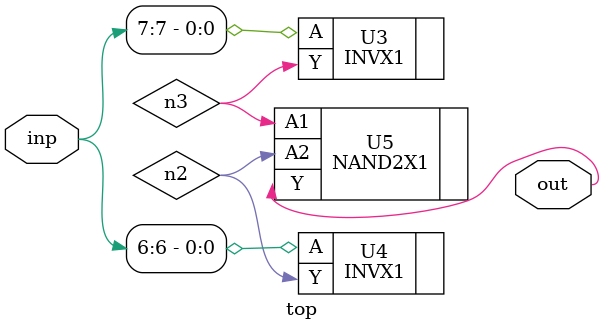
<source format=sv>


module top ( inp, out );
  input [7:0] inp;
  output out;
  wire   n2, n3;

  INVX1 U3 ( .A(inp[7]), .Y(n3) );
  INVX1 U4 ( .A(inp[6]), .Y(n2) );
  NAND2X1 U5 ( .A1(n3), .A2(n2), .Y(out) );
endmodule


</source>
